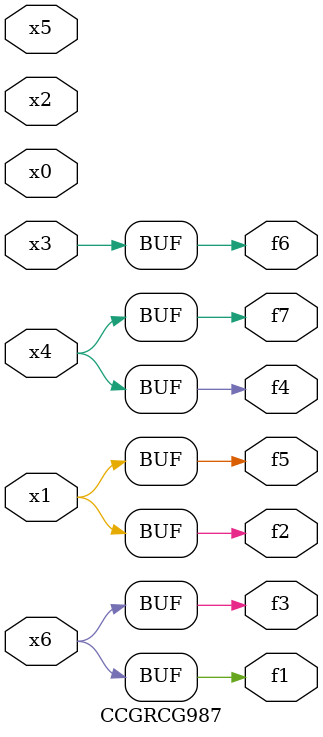
<source format=v>
module CCGRCG987(
	input x0, x1, x2, x3, x4, x5, x6,
	output f1, f2, f3, f4, f5, f6, f7
);
	assign f1 = x6;
	assign f2 = x1;
	assign f3 = x6;
	assign f4 = x4;
	assign f5 = x1;
	assign f6 = x3;
	assign f7 = x4;
endmodule

</source>
